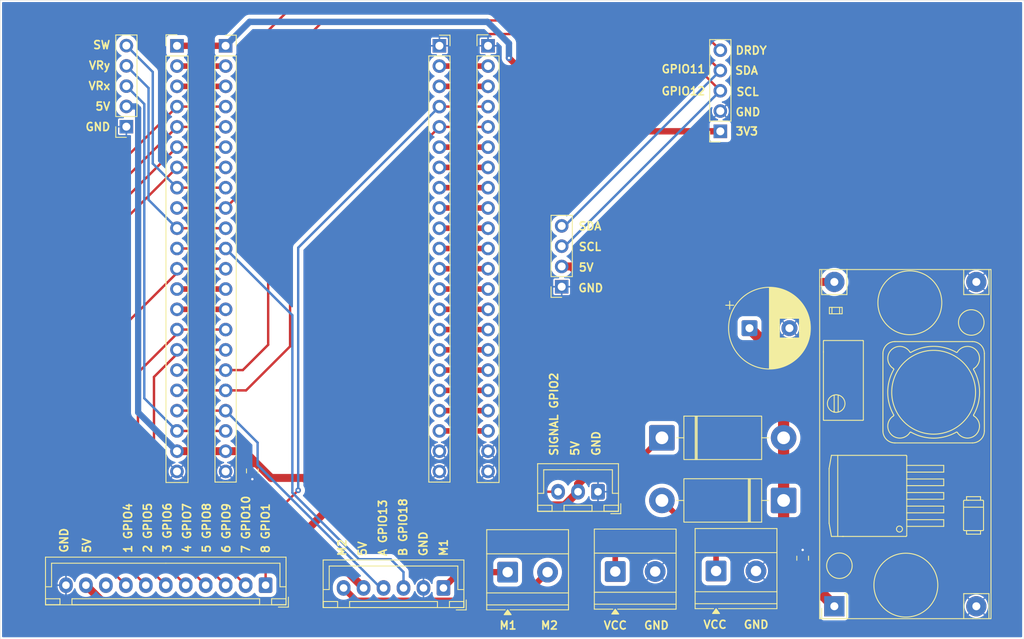
<source format=kicad_pcb>
(kicad_pcb (version 20241229) (generator "pcbnew") (generator_version "9.0")
  (layers (0 "F.Cu" signal) (2 "B.Cu" signal) (13 "F.Paste" user) (15 "B.Paste" user) (5 "F.SilkS" user "F.Silkscreen") (7 "B.SilkS" user "B.Silkscreen") (1 "F.Mask" user) (3 "B.Mask" user) (25 "Edge.Cuts" user))
  (net 0 "")
  (net 1 "VCC")
  (net 2 "GND")
  (net 3 "/GPIO8")
  (net 4 "/GPIO5")
  (net 5 "+3V3")
  (net 7 "/GPIO10")
  (net 8 "/GPIO9")
  (net 9 "/GPIO4")
  (net 10 "/GPIO1")
  (net 11 "/GPIO7")
  (net 12 "/GPIO6")
  (net 13 "/GPIO12+SCL")
  (net 14 "/GPIO16")
  (net 15 "/GPIO11+SDA")
  (net 16 "/GPIO15")
  (net 17 "Net-(J10-Pin_2)")
  (net 18 "Net-(J10-Pin_14)")
  (net 19 "/GPIO17")
  (net 20 "+5V")
  (net 21 "/GPIO18")
  (net 22 "/GPIO13")
  (net 23 "/GPIO14")
  (net 24 "Net-(J10-Pin_3)")
  (net 25 "Net-(J10-Pin_13)")
  (net 26 "/GPIO2")
  (net 27 "Net-(J11-Pin_11)")
  (net 28 "Net-(J11-Pin_19)")
  (net 29 "Net-(J11-Pin_6)")
  (net 30 "Net-(J11-Pin_2)")
  (net 31 "Net-(J11-Pin_17)")
  (net 32 "Net-(J11-Pin_18)")
  (net 33 "Net-(J11-Pin_10)")
  (net 34 "Net-(J11-Pin_12)")
  (net 35 "Net-(J11-Pin_7)")
  (net 36 "Net-(J11-Pin_14)")
  (net 37 "Net-(J11-Pin_8)")
  (net 38 "Net-(J11-Pin_20)")
  (net 39 "Net-(J11-Pin_15)")
  (net 40 "Net-(J11-Pin_3)")
  (net 41 "Net-(J11-Pin_9)")
  (net 42 "Net-(J11-Pin_13)")
  (net 43 "Net-(J11-Pin_16)")
  (net 44 "Net-(J13-Pin_1)")
  (net 45 "Net-(J13-Pin_6)")
  (net 46 "Net-(D1-A)")
  (net 47 "Net-(D2-K)")
  (footprint "TerminalBlock_Phoenix:TerminalBlock_Phoenix_MKDS-1,5-2_1x02_P5.00mm_Horizontal" (layer "F.Cu") (at 177.2158 138.5316)
    (property "Reference" "J4" (hide yes))
    (property "Value" "Domino")
    (pad "1" thru_hole roundrect (at 0 0) (size 2.6 2.6) (drill 1.3) (layers "*.Cu" "*.Mask") (roundrect_rratio 0.096154) (net 46 "Net-(D1-A)"))
    (pad "2" thru_hole circle (at 5 0) (size 2.6 2.6) (drill 1.3) (layers "*.Cu" "*.Mask") (net 2 "GND"))
  )
  (footprint "Diode_THT:D_DO-201AD_P15.24mm_Horizontal" (layer "F.Cu") (at 185.674 129.6924 180)
    (property "Reference" "D1" (hide yes))
    (property "Value" "1N5822")
    (pad "1" thru_hole roundrect (at 0 0 180) (size 3.2 3.2) (drill 1.6) (layers "*.Cu" "*.Mask") (roundrect_rratio 0.078125) (net 1 "VCC"))
    (pad "2" thru_hole circle (at 15.24 0 180) (size 3.2 3.2) (drill 1.6) (layers "*.Cu" "*.Mask") (net 46 "Net-(D1-A)"))
  )
  (footprint "Connector_PinSocket_2.54mm:PinSocket_1x22_P2.54mm_Vertical" (layer "F.Cu") (at 115.804 72.7202)
    (property "Reference" "J8" (hide yes))
    (property "Value" "ESP32_left_f")
    (pad "1" thru_hole rect (at 0 0) (size 1.7 1.7) (drill 1) (layers "*.Cu" "*.Mask") (net 5 "+3V3"))
    (pad "2" thru_hole circle (at 0 2.54) (size 1.7 1.7) (drill 1) (layers "*.Cu" "*.Mask") (net 17 "Net-(J10-Pin_2)"))
    (pad "3" thru_hole circle (at 0 5.08) (size 1.7 1.7) (drill 1) (layers "*.Cu" "*.Mask") (net 24 "Net-(J10-Pin_3)"))
    (pad "4" thru_hole circle (at 0 7.62) (size 1.7 1.7) (drill 1) (layers "*.Cu" "*.Mask") (net 9 "/GPIO4"))
    (pad "5" thru_hole circle (at 0 10.16) (size 1.7 1.7) (drill 1) (layers "*.Cu" "*.Mask") (net 4 "/GPIO5"))
    (pad "6" thru_hole circle (at 0 12.7) (size 1.7 1.7) (drill 1) (layers "*.Cu" "*.Mask") (net 12 "/GPIO6"))
    (pad "7" thru_hole circle (at 0 15.24) (size 1.7 1.7) (drill 1) (layers "*.Cu" "*.Mask") (net 11 "/GPIO7"))
    (pad "8" thru_hole circle (at 0 17.78) (size 1.7 1.7) (drill 1) (layers "*.Cu" "*.Mask") (net 16 "/GPIO15"))
    (pad "9" thru_hole circle (at 0 20.32) (size 1.7 1.7) (drill 1) (layers "*.Cu" "*.Mask") (net 14 "/GPIO16"))
    (pad "10" thru_hole circle (at 0 22.86) (size 1.7 1.7) (drill 1) (layers "*.Cu" "*.Mask") (net 19 "/GPIO17"))
    (pad "11" thru_hole circle (at 0 25.4) (size 1.7 1.7) (drill 1) (layers "*.Cu" "*.Mask") (net 21 "/GPIO18"))
    (pad "12" thru_hole circle (at 0 27.94) (size 1.7 1.7) (drill 1) (layers "*.Cu" "*.Mask") (net 3 "/GPIO8"))
    (pad "13" thru_hole circle (at 0 30.48) (size 1.7 1.7) (drill 1) (layers "*.Cu" "*.Mask") (net 25 "Net-(J10-Pin_13)"))
    (pad "14" thru_hole circle (at 0 33.02) (size 1.7 1.7) (drill 1) (layers "*.Cu" "*.Mask") (net 18 "Net-(J10-Pin_14)"))
    (pad "15" thru_hole circle (at 0 35.56) (size 1.7 1.7) (drill 1) (layers "*.Cu" "*.Mask") (net 8 "/GPIO9"))
    (pad "16" thru_hole circle (at 0 38.1) (size 1.7 1.7) (drill 1) (layers "*.Cu" "*.Mask") (net 7 "/GPIO10"))
    (pad "17" thru_hole circle (at 0 40.64) (size 1.7 1.7) (drill 1) (layers "*.Cu" "*.Mask") (net 15 "/GPIO11+SDA"))
    (pad "18" thru_hole circle (at 0 43.18) (size 1.7 1.7) (drill 1) (layers "*.Cu" "*.Mask") (net 13 "/GPIO12+SCL"))
    (pad "19" thru_hole circle (at 0 45.72) (size 1.7 1.7) (drill 1) (layers "*.Cu" "*.Mask") (net 22 "/GPIO13"))
    (pad "20" thru_hole circle (at 0 48.26) (size 1.7 1.7) (drill 1) (layers "*.Cu" "*.Mask") (net 23 "/GPIO14"))
    (pad "21" thru_hole circle (at 0 50.8) (size 1.7 1.7) (drill 1) (layers "*.Cu" "*.Mask") (net 20 "+5V"))
    (pad "22" thru_hole circle (at 0 53.34) (size 1.7 1.7) (drill 1) (layers "*.Cu" "*.Mask") (net 2 "GND"))
  )
  (footprint "Capacitor_SMD:C_0805_2012Metric_Pad1.18x1.45mm_HandSolder" (layer "F.Cu") (at 188.0616 136.9314 90)
    (property "Reference" "C3" (hide yes))
    (property "Value" "0.1uF")
    (pad "1" smd roundrect (at -1.0375 0 90) (size 1.175 1.45) (layers "F.Cu" "F.Mask" "F.Paste") (roundrect_rratio 0.212766) (net 1 "VCC"))
    (pad "2" smd roundrect (at 1.0375 0 90) (size 1.175 1.45) (layers "F.Cu" "F.Mask" "F.Paste") (roundrect_rratio 0.212766) (net 2 "GND"))
  )
  (footprint "Diode_THT:D_DO-201AD_P15.24mm_Horizontal" (layer "F.Cu") (at 170.434 121.8438)
    (property "Reference" "D2" (hide yes))
    (property "Value" "1N5822")
    (pad "1" thru_hole roundrect (at 0 0) (size 3.2 3.2) (drill 1.6) (layers "*.Cu" "*.Mask") (roundrect_rratio 0.078125) (net 47 "Net-(D2-K)"))
    (pad "2" thru_hole circle (at 15.24 0) (size 3.2 3.2) (drill 1.6) (layers "*.Cu" "*.Mask") (net 1 "VCC"))
  )
  (footprint "TerminalBlock_Phoenix:TerminalBlock_Phoenix_MKDS-1,5-2_1x02_P5.00mm_Horizontal" (layer "F.Cu") (at 164.592 138.5972)
    (property "Reference" "J15" (hide yes))
    (property "Value" "Domino")
    (pad "1" thru_hole roundrect (at 0 0) (size 2.6 2.6) (drill 1.3) (layers "*.Cu" "*.Mask") (roundrect_rratio 0.096154) (net 47 "Net-(D2-K)"))
    (pad "2" thru_hole circle (at 5 0) (size 2.6 2.6) (drill 1.3) (layers "*.Cu" "*.Mask") (net 2 "GND"))
  )
  (footprint "Connector_JST:JST_XH_B6B-XH-A_1x06_P2.50mm_Vertical" (layer "F.Cu") (at 143.0798 140.6568 180)
    (property "Reference" "J13" (hide yes))
    (property "Value" "Conn_01x06")
    (pad "1" thru_hole roundrect (at 0 0 180) (size 1.7 1.95) (drill 0.95) (layers "*.Cu" "*.Mask") (roundrect_rratio 0.147059) (net 44 "Net-(J13-Pin_1)"))
    (pad "2" thru_hole oval (at 2.5 0 180) (size 1.7 1.95) (drill 0.95) (layers "*.Cu" "*.Mask") (net 2 "GND"))
    (pad "3" thru_hole oval (at 5 0 180) (size 1.7 1.95) (drill 0.95) (layers "*.Cu" "*.Mask") (net 21 "/GPIO18"))
    (pad "4" thru_hole oval (at 7.5 0 180) (size 1.7 1.95) (drill 0.95) (layers "*.Cu" "*.Mask") (net 22 "/GPIO13"))
    (pad "5" thru_hole oval (at 10 0 180) (size 1.7 1.95) (drill 0.95) (layers "*.Cu" "*.Mask") (net 20 "+5V"))
    (pad "6" thru_hole oval (at 12.5 0 180) (size 1.7 1.95) (drill 0.95) (layers "*.Cu" "*.Mask") (net 45 "Net-(J13-Pin_6)"))
  )
  (footprint "Connector_PinSocket_2.54mm:PinSocket_1x04_P2.54mm_Vertical" (layer "F.Cu") (at 157.8868 102.9108 180)
    (property "Reference" "J6" (hide yes))
    (property "Value" "OLED")
    (pad "1" thru_hole rect (at 0 0 180) (size 1.7 1.7) (drill 1) (layers "*.Cu" "*.Mask") (net 2 "GND"))
    (pad "2" thru_hole circle (at 0 2.54 180) (size 1.7 1.7) (drill 1) (layers "*.Cu" "*.Mask") (net 20 "+5V"))
    (pad "3" thru_hole circle (at 0 5.08 180) (size 1.7 1.7) (drill 1) (layers "*.Cu" "*.Mask") (net 13 "/GPIO12+SCL"))
    (pad "4" thru_hole circle (at 0 7.62 180) (size 1.7 1.7) (drill 1) (layers "*.Cu" "*.Mask") (net 15 "/GPIO11+SDA"))
  )
  (footprint "Connector_PinSocket_2.54mm:PinSocket_1x05_P2.54mm_Vertical" (layer "F.Cu") (at 103.378 82.8548 180)
    (property "Reference" "J5" (hide yes))
    (property "Value" "Joystick")
    (pad "1" thru_hole rect (at 0 0 180) (size 1.7 1.7) (drill 1) (layers "*.Cu" "*.Mask") (net 2 "GND"))
    (pad "2" thru_hole circle (at 0 2.54 180) (size 1.7 1.7) (drill 1) (layers "*.Cu" "*.Mask") (net 20 "+5V"))
    (pad "3" thru_hole circle (at 0 5.08 180) (size 1.7 1.7) (drill 1) (layers "*.Cu" "*.Mask") (net 23 "/GPIO14"))
    (pad "4" thru_hole circle (at 0 7.62 180) (size 1.7 1.7) (drill 1) (layers "*.Cu" "*.Mask") (net 19 "/GPIO17"))
    (pad "5" thru_hole circle (at 0 10.16 180) (size 1.7 1.7) (drill 1) (layers "*.Cu" "*.Mask") (net 16 "/GPIO15"))
  )
  (footprint "Connector_JST:JST_XH_B3B-XH-A_1x03_P2.50mm_Vertical" (layer "F.Cu") (at 162.433 128.6002 180)
    (property "Reference" "J3" (hide yes))
    (property "Value" "Servo")
    (pad "1" thru_hole roundrect (at 0 0 180) (size 1.7 1.95) (drill 0.95) (layers "*.Cu" "*.Mask") (roundrect_rratio 0.147059) (net 2 "GND"))
    (pad "2" thru_hole oval (at 2.5 0 180) (size 1.7 1.95) (drill 0.95) (layers "*.Cu" "*.Mask") (net 20 "+5V"))
    (pad "3" thru_hole oval (at 5 0 180) (size 1.7 1.95) (drill 0.95) (layers "*.Cu" "*.Mask") (net 26 "/GPIO2"))
  )
  (footprint "TerminalBlock_Phoenix:TerminalBlock_Phoenix_MKDS-1,5-2_1x02_P5.00mm_Horizontal" (layer "F.Cu") (at 151.1192 138.6787)
    (property "Reference" "J14" (hide yes))
    (property "Value" "Domino")
    (pad "1" thru_hole roundrect (at 0 0) (size 2.6 2.6) (drill 1.3) (layers "*.Cu" "*.Mask") (roundrect_rratio 0.096154) (net 44 "Net-(J13-Pin_1)"))
    (pad "2" thru_hole circle (at 5 0) (size 2.6 2.6) (drill 1.3) (layers "*.Cu" "*.Mask") (net 45 "Net-(J13-Pin_6)"))
  )
  (footprint "Connector_PinHeader_2.54mm:PinHeader_1x22_P2.54mm_Vertical" (layer "F.Cu") (at 109.714 72.7202)
    (property "Reference" "J10" (hide yes))
    (property "Value" "ESP32_left_m")
    (pad "1" thru_hole rect (at 0 0) (size 1.7 1.7) (drill 1) (layers "*.Cu" "*.Mask") (net 5 "+3V3"))
    (pad "2" thru_hole circle (at 0 2.54) (size 1.7 1.7) (drill 1) (layers "*.Cu" "*.Mask") (net 17 "Net-(J10-Pin_2)"))
    (pad "3" thru_hole circle (at 0 5.08) (size 1.7 1.7) (drill 1) (layers "*.Cu" "*.Mask") (net 24 "Net-(J10-Pin_3)"))
    (pad "4" thru_hole circle (at 0 7.62) (size 1.7 1.7) (drill 1) (layers "*.Cu" "*.Mask") (net 9 "/GPIO4"))
    (pad "5" thru_hole circle (at 0 10.16) (size 1.7 1.7) (drill 1) (layers "*.Cu" "*.Mask") (net 4 "/GPIO5"))
    (pad "6" thru_hole circle (at 0 12.7) (size 1.7 1.7) (drill 1) (layers "*.Cu" "*.Mask") (net 12 "/GPIO6"))
    (pad "7" thru_hole circle (at 0 15.24) (size 1.7 1.7) (drill 1) (layers "*.Cu" "*.Mask") (net 11 "/GPIO7"))
    (pad "8" thru_hole circle (at 0 17.78) (size 1.7 1.7) (drill 1) (layers "*.Cu" "*.Mask") (net 16 "/GPIO15"))
    (pad "9" thru_hole circle (at 0 20.32) (size 1.7 1.7) (drill 1) (layers "*.Cu" "*.Mask") (net 14 "/GPIO16"))
    (pad "10" thru_hole circle (at 0 22.86) (size 1.7 1.7) (drill 1) (layers "*.Cu" "*.Mask") (net 19 "/GPIO17"))
    (pad "11" thru_hole circle (at 0 25.4) (size 1.7 1.7) (drill 1) (layers "*.Cu" "*.Mask") (net 21 "/GPIO18"))
    (pad "12" thru_hole circle (at 0 27.94) (size 1.7 1.7) (drill 1) (layers "*.Cu" "*.Mask") (net 3 "/GPIO8"))
    (pad "13" thru_hole circle (at 0 30.48) (size 1.7 1.7) (drill 1) (layers "*.Cu" "*.Mask") (net 25 "Net-(J10-Pin_13)"))
    (pad "14" thru_hole circle (at 0 33.02) (size 1.7 1.7) (drill 1) (layers "*.Cu" "*.Mask") (net 18 "Net-(J10-Pin_14)"))
    (pad "15" thru_hole circle (at 0 35.56) (size 1.7 1.7) (drill 1) (layers "*.Cu" "*.Mask") (net 8 "/GPIO9"))
    (pad "16" thru_hole circle (at 0 38.1) (size 1.7 1.7) (drill 1) (layers "*.Cu" "*.Mask") (net 7 "/GPIO10"))
    (pad "17" thru_hole circle (at 0 40.64) (size 1.7 1.7) (drill 1) (layers "*.Cu" "*.Mask") (net 15 "/GPIO11+SDA"))
    (pad "18" thru_hole circle (at 0 43.18) (size 1.7 1.7) (drill 1) (layers "*.Cu" "*.Mask") (net 13 "/GPIO12+SCL"))
    (pad "19" thru_hole circle (at 0 45.72) (size 1.7 1.7) (drill 1) (layers "*.Cu" "*.Mask") (net 22 "/GPIO13"))
    (pad "20" thru_hole circle (at 0 48.26) (size 1.7 1.7) (drill 1) (layers "*.Cu" "*.Mask") (net 23 "/GPIO14"))
    (pad "21" thru_hole circle (at 0 50.8) (size 1.7 1.7) (drill 1) (layers "*.Cu" "*.Mask") (net 20 "+5V"))
    (pad "22" thru_hole circle (at 0 53.34) (size 1.7 1.7) (drill 1) (layers "*.Cu" "*.Mask") (net 2 "GND"))
  )
  (footprint "Connector_PinSocket_2.54mm:PinSocket_1x05_P2.54mm_Vertical" (layer "F.Cu") (at 177.7496 83.4344 180)
    (property "Reference" "J2" (hide yes))
    (property "Value" "QMC5883L")
    (pad "1" thru_hole rect (at 0 0 180) (size 1.7 1.7) (drill 1) (layers "*.Cu" "*.Mask") (net 5 "+3V3"))
    (pad "2" thru_hole circle (at 0 2.54 180) (size 1.7 1.7) (drill 1) (layers "*.Cu" "*.Mask") (net 2 "GND"))
    (pad "3" thru_hole circle (at 0 5.08 180) (size 1.7 1.7) (drill 1) (layers "*.Cu" "*.Mask") (net 13 "/GPIO12+SCL"))
    (pad "4" thru_hole circle (at 0 7.62 180) (size 1.7 1.7) (drill 1) (layers "*.Cu" "*.Mask") (net 15 "/GPIO11+SDA"))
    (pad "5" thru_hole circle (at 0 10.16 180) (size 1.7 1.7) (drill 1) (layers "*.Cu" "*.Mask") (net 14 "/GPIO16"))
  )
  (footprint "Connector_PinSocket_2.54mm:PinSocket_1x22_P2.54mm_Vertical" (layer "F.Cu") (at 142.574 72.7202)
    (property "Reference" "J9" (hide yes))
    (property "Value" "ESP32_right_f")
    (pad "1" thru_hole rect (at 0 0) (size 1.7 1.7) (drill 1) (layers "*.Cu" "*.Mask") (net 2 "GND"))
    (pad "2" thru_hole circle (at 0 2.54) (size 1.7 1.7) (drill 1) (layers "*.Cu" "*.Mask") (net 30 "Net-(J11-Pin_2)"))
    (pad "3" thru_hole circle (at 0 5.08) (size 1.7 1.7) (drill 1) (layers "*.Cu" "*.Mask") (net 40 "Net-(J11-Pin_3)"))
    (pad "4" thru_hole circle (at 0 7.62) (size 1.7 1.7) (drill 1) (layers "*.Cu" "*.Mask") (net 10 "/GPIO1"))
    (pad "5" thru_hole circle (at 0 10.16) (size 1.7 1.7) (drill 1) (layers "*.Cu" "*.Mask") (net 26 "/GPIO2"))
    (pad "6" thru_hole circle (at 0 12.7) (size 1.7 1.7) (drill 1) (layers "*.Cu" "*.Mask") (net 29 "Net-(J11-Pin_6)"))
    (pad "7" thru_hole circle (at 0 15.24) (size 1.7 1.7) (drill 1) (layers "*.Cu" "*.Mask") (net 35 "Net-(J11-Pin_7)"))
    (pad "8" thru_hole circle (at 0 17.78) (size 1.7 1.7) (drill 1) (layers "*.Cu" "*.Mask") (net 37 "Net-(J11-Pin_8)"))
    (pad "9" thru_hole circle (at 0 20.32) (size 1.7 1.7) (drill 1) (layers "*.Cu" "*.Mask") (net 41 "Net-(J11-Pin_9)"))
    (pad "10" thru_hole circle (at 0 22.86) (size 1.7 1.7) (drill 1) (layers "*.Cu" "*.Mask") (net 33 "Net-(J11-Pin_10)"))
    (pad "11" thru_hole circle (at 0 25.4) (size 1.7 1.7) (drill 1) (layers "*.Cu" "*.Mask") (net 27 "Net-(J11-Pin_11)"))
    (pad "12" thru_hole circle (at 0 27.94) (size 1.7 1.7) (drill 1) (layers "*.Cu" "*.Mask") (net 34 "Net-(J11-Pin_12)"))
    (pad "13" thru_hole circle (at 0 30.48) (size 1.7 1.7) (drill 1) (layers "*.Cu" "*.Mask") (net 42 "Net-(J11-Pin_13)"))
    (pad "14" thru_hole circle (at 0 33.02) (size 1.7 1.7) (drill 1) (layers "*.Cu" "*.Mask") (net 36 "Net-(J11-Pin_14)"))
    (pad "15" thru_hole circle (at 0 35.56) (size 1.7 1.7) (drill 1) (layers "*.Cu" "*.Mask") (net 39 "Net-(J11-Pin_15)"))
    (pad "16" thru_hole circle (at 0 38.1) (size 1.7 1.7) (drill 1) (layers "*.Cu" "*.Mask") (net 43 "Net-(J11-Pin_16)"))
    (pad "17" thru_hole circle (at 0 40.64) (size 1.7 1.7) (drill 1) (layers "*.Cu" "*.Mask") (net 31 "Net-(J11-Pin_17)"))
    (pad "18" thru_hole circle (at 0 43.18) (size 1.7 1.7) (drill 1) (layers "*.Cu" "*.Mask") (net 32 "Net-(J11-Pin_18)"))
    (pad "19" thru_hole circle (at 0 45.72) (size 1.7 1.7) (drill 1) (layers "*.Cu" "*.Mask") (net 28 "Net-(J11-Pin_19)"))
    (pad "20" thru_hole circle (at 0 48.26) (size 1.7 1.7) (drill 1) (layers "*.Cu" "*.Mask") (net 38 "Net-(J11-Pin_20)"))
    (pad "21" thru_hole circle (at 0 50.8) (size 1.7 1.7) (drill 1) (layers "*.Cu" "*.Mask") (net 2 "GND"))
    (pad "22" thru_hole circle (at 0 53.34) (size 1.7 1.7) (drill 1) (layers "*.Cu" "*.Mask") (net 2 "GND"))
  )
  (footprint "Capacitor_SMD:C_0805_2012Metric_Pad1.18x1.45mm_HandSolder" (layer "F.Cu") (at 119.1514 125.9879 -90)
    (property "Reference" "C5" (hide yes))
    (property "Value" "0.1uF")
    (pad "1" smd roundrect (at -1.0375 0 270) (size 1.175 1.45) (layers "F.Cu" "F.Mask" "F.Paste") (roundrect_rratio 0.212766) (net 20 "+5V"))
    (pad "2" smd roundrect (at 1.0375 0 270) (size 1.175 1.45) (layers "F.Cu" "F.Mask" "F.Paste") (roundrect_rratio 0.212766) (net 2 "GND"))
  )
  (footprint "Connector_JST:JST_XH_B11B-XH-A_1x11_P2.50mm_Vertical" (layer "F.Cu") (at 120.8132 140.3096 180)
    (property "Reference" "J1" (hide yes))
    (property "Value" "QTR-8A")
    (pad "1" thru_hole roundrect (at 0 0 180) (size 1.7 1.95) (drill 0.95) (layers "*.Cu" "*.Mask") (roundrect_rratio 0.147059) (net 10 "/GPIO1"))
    (pad "2" thru_hole oval (at 2.5 0 180) (size 1.7 1.95) (drill 0.95) (layers "*.Cu" "*.Mask") (net 7 "/GPIO10"))
    (pad "3" thru_hole oval (at 5 0 180) (size 1.7 1.95) (drill 0.95) (layers "*.Cu" "*.Mask") (net 8 "/GPIO9"))
    (pad "4" thru_hole oval (at 7.5 0 180) (size 1.7 1.95) (drill 0.95) (layers "*.Cu" "*.Mask") (net 3 "/GPIO8"))
    (pad "5" thru_hole oval (at 10 0 180) (size 1.7 1.95) (drill 0.95) (layers "*.Cu" "*.Mask") (net 11 "/GPIO7"))
    (pad "6" thru_hole oval (at 12.5 0 180) (size 1.7 1.95) (drill 0.95) (layers "*.Cu" "*.Mask") (net 12 "/GPIO6"))
    (pad "7" thru_hole oval (at 15 0 180) (size 1.7 1.95) (drill 0.95) (layers "*.Cu" "*.Mask") (net 4 "/GPIO5"))
    (pad "8" thru_hole oval (at 17.5 0 180) (size 1.7 1.95) (drill 0.95) (layers "*.Cu" "*.Mask") (net 9 "/GPIO4"))
    (pad "9" thru_hole oval (at 20 0 180) (size 1.7 1.95) (drill 0.95) (layers "*.Cu" "*.Mask"))
    (pad "10" thru_hole oval (at 22.5 0 180) (size 1.7 1.95) (drill 0.95) (layers "*.Cu" "*.Mask") (net 20 "+5V"))
    (pad "11" thru_hole oval (at 25 0 180) (size 1.7 1.95) (drill 0.95) (layers "*.Cu" "*.Mask") (net 2 "GND"))
  )
  (footprint "Connector_PinHeader_2.54mm:PinHeader_1x22_P2.54mm_Vertical" (layer "F.Cu") (at 148.664 72.7202)
    (property "Reference" "J11" (hide yes))
    (property "Value" "ESP32_right_m")
    (pad "1" thru_hole rect (at 0 0) (size 1.7 1.7) (drill 1) (layers "*.Cu" "*.Mask") (net 2 "GND"))
    (pad "2" thru_hole circle (at 0 2.54) (size 1.7 1.7) (drill 1) (layers "*.Cu" "*.Mask") (net 30 "Net-(J11-Pin_2)"))
    (pad "3" thru_hole circle (at 0 5.08) (size 1.7 1.7) (drill 1) (layers "*.Cu" "*.Mask") (net 40 "Net-(J11-Pin_3)"))
    (pad "4" thru_hole circle (at 0 7.62) (size 1.7 1.7) (drill 1) (layers "*.Cu" "*.Mask") (net 10 "/GPIO1"))
    (pad "5" thru_hole circle (at 0 10.16) (size 1.7 1.7) (drill 1) (layers "*.Cu" "*.Mask") (net 26 "/GPIO2"))
    (pad "6" thru_hole circle (at 0 12.7) (size 1.7 1.7) (drill 1) (layers "*.Cu" "*.Mask") (net 29 "Net-(J11-Pin_6)"))
    (pad "7" thru_hole circle (at 0 15.24) (size 1.7 1.7) (drill 1) (layers "*.Cu" "*.Mask") (net 35 "Net-(J11-Pin_7)"))
    (pad "8" thru_hole circle (at 0 17.78) (size 1.7 1.7) (drill 1) (layers "*.Cu" "*.Mask") (net 37 "Net-(J11-Pin_8)"))
    (pad "9" thru_hole circle (at 0 20.32) (size 1.7 1.7) (drill 1) (layers "*.Cu" "*.Mask") (net 41 "Net-(J11-Pin_9)"))
    (pad "10" thru_hole circle (at 0 22.86) (size 1.7 1.7) (drill 1) (layers "*.Cu" "*.Mask") (net 33 "Net-(J11-Pin_10)"))
    (pad "11" thru_hole circle (at 0 25.4) (size 1.7 1.7) (drill 1) (layers "*.Cu" "*.Mask") (net 27 "Net-(J11-Pin_11)"))
    (pad "12" thru_hole circle (at 0 27.94) (size 1.7 1.7) (drill 1) (layers "*.Cu" "*.Mask") (net 34 "Net-(J11-Pin_12)"))
    (pad "13" thru_hole circle (at 0 30.48) (size 1.7 1.7) (drill 1) (layers "*.Cu" "*.Mask") (net 42 "Net-(J11-Pin_13)"))
    (pad "14" thru_hole circle (at 0 33.02) (size 1.7 1.7) (drill 1) (layers "*.Cu" "*.Mask") (net 36 "Net-(J11-Pin_14)"))
    (pad "15" thru_hole circle (at 0 35.56) (size 1.7 1.7) (drill 1) (layers "*.Cu" "*.Mask") (net 39 "Net-(J11-Pin_15)"))
    (pad "16" thru_hole circle (at 0 38.1) (size 1.7 1.7) (drill 1) (layers "*.Cu" "*.Mask") (net 43 "Net-(J11-Pin_16)"))
    (pad "17" thru_hole circle (at 0 40.64) (size 1.7 1.7) (drill 1) (layers "*.Cu" "*.Mask") (net 31 "Net-(J11-Pin_17)"))
    (pad "18" thru_hole circle (at 0 43.18) (size 1.7 1.7) (drill 1) (layers "*.Cu" "*.Mask") (net 32 "Net-(J11-Pin_18)"))
    (pad "19" thru_hole circle (at 0 45.72) (size 1.7 1.7) (drill 1) (layers "*.Cu" "*.Mask") (net 28 "Net-(J11-Pin_19)"))
    (pad "20" thru_hole circle (at 0 48.26) (size 1.7 1.7) (drill 1) (layers "*.Cu" "*.Mask") (net 38 "Net-(J11-Pin_20)"))
    (pad "21" thru_hole circle (at 0 50.8) (size 1.7 1.7) (drill 1) (layers "*.Cu" "*.Mask") (net 2 "GND"))
    (pad "22" thru_hole circle (at 0 53.34) (size 1.7 1.7) (drill 1) (layers "*.Cu" "*.Mask") (net 2 "GND"))
  )
  (footprint "Capacitor_THT:CP_Radial_D10.0mm_P5.00mm" (layer "F.Cu") (at 181.401323 108.1024)
    (property "Reference" "C1" (hide yes))
    (property "Value" "2200uF")
    (pad "1" thru_hole roundrect (at 0 0) (size 2 2) (drill 1) (layers "*.Cu" "*.Mask") (roundrect_rratio 0.125) (net 1 "VCC"))
    (pad "2" thru_hole circle (at 5 0) (size 2 2) (drill 1) (layers "*.Cu" "*.Mask") (net 2 "GND"))
  )
  (footprint "KiCad:YAAJ_DCDC_StepDown_LM2596" (layer "F.Cu") (at 192.024 142.9512 90)
    (property "Reference" "U1" (hide yes))
    (property "Value" "YAAJ_DCDC_StepDown_LM2596")
    (pad "1" thru_hole rect (at 0 0 90) (size 2.54 2.54) (drill 1) (layers "*.Cu" "*.Mask") (net 1 "VCC"))
    (pad "2" thru_hole circle (at 0 17.78 90) (size 2.54 2.54) (drill 1) (layers "*.Cu" "*.Mask") (net 2 "GND"))
    (pad "3" thru_hole circle (at 40.64 17.78 90) (size 2.54 2.54) (drill 1) (layers "*.Cu" "*.Mask") (net 2 "GND"))
    (pad "4" thru_hole circle (at 40.64 0 90) (size 2.54 2.54) (drill 1) (layers "*.Cu" "*.Mask") (net 20 "+5V"))
  )
  (gr_rect (start 87.5792 67.0052) (end 215.773 147.066) (stroke (width 0.05)) (fill no) (layer "Edge.Cuts"))
  (gr_text "5V" (at 99.3902 80.899 0) (layer "F.SilkS") (effects (font (size 1 1) (thickness 0.2) (bold yes)) (justify left bottom)))
  (gr_text "SCL" (at 179.6542 79.0702 0) (layer "F.SilkS") (effects (font (size 1 1) (thickness 0.2) (bold yes)) (justify left bottom)))
  (gr_text "3V3" (at 179.5526 84.0232 0) (layer "F.SilkS") (effects (font (size 1 1) (thickness 0.2) (bold yes)) (justify left bottom)))
  (gr_text "DRDY" (at 179.5526 73.8886 0) (layer "F.SilkS") (effects (font (size 1 1) (thickness 0.2) (bold yes)) (justify left bottom)))
  (gr_text "GPIO12" (at 170.2816 78.994 0) (layer "F.SilkS") (effects (font (size 1 1) (thickness 0.2) (bold yes)) (justify left bottom)))
  (gr_text "6 GPIO9" (at 116.469886 136.3726 90) (layer "F.SilkS") (effects (font (size 1 1) (thickness 0.2) (bold yes)) (justify left bottom)))
  (gr_text "7 GPIO10" (at 118.930058 136.398 90) (layer "F.SilkS") (effects (font (size 1 1) (thickness 0.2) (bold yes)) (justify left bottom)))
  (gr_text "3 GPIO6" (at 109.089372 136.3218 90) (layer "F.SilkS") (effects (font (size 1 1) (thickness 0.2) (bold yes)) (justify left bottom)))
  (gr_text "5V" (at 159.9184 101.075067 0) (layer "F.SilkS") (effects (font (size 1 1) (thickness 0.2) (bold yes)) (justify left bottom)))
  (gr_text "GND" (at 141.1478 136.779 90) (layer "F.SilkS") (effects (font (size 1 1) (thickness 0.2) (bold yes)) (justify left bottom)))
  (gr_text "GND" (at 159.8676 103.6574 0) (layer "F.SilkS") (effects (font (size 1 1) (thickness 0.2) (bold yes)) (justify left bottom)))
  (gr_text "GND" (at 168.0972 145.934731 0) (layer "F.SilkS") (effects (font (size 1 1) (thickness 0.2) (bold yes)) (justify left bottom)))
  (gr_text "A GPIO13" (at 136.0678 136.779 90) (layer "F.SilkS") (effects (font (size 1 1) (thickness 0.2) (bold yes)) (justify left bottom)))
  (gr_text "GND" (at 162.7886 124.206 90) (layer "F.SilkS") (effects (font (size 1 1) (thickness 0.2) (bold yes)) (justify left bottom)))
  (gr_text "VRx" (at 98.533057 78.332322 0) (layer "F.SilkS") (effects (font (size 1 1) (thickness 0.2) (bold yes)) (justify left bottom)))
  (gr_text "SCL" (at 159.9184 98.492733 0) (layer "F.SilkS") (effects (font (size 1 1) (thickness 0.2) (bold yes)) (justify left bottom)))
  (gr_text "M2" (at 130.9878 136.779 90) (layer "F.SilkS") (effects (font (size 1 1) (thickness 0.2) (bold yes)) (justify left bottom)))
  (gr_text "SW" (at 99.104486 73.198967 0) (layer "F.SilkS") (effects (font (size 1 1) (thickness 0.2) (bold yes)) (justify left bottom)))
  (gr_text "SDA" (at 179.5018 76.4032 0) (layer "F.SilkS") (effects (font (size 1 1) (thickness 0.2) (bold yes)) (justify left bottom)))
  (gr_text "VCC" (at 163.0426 145.934731 0) (layer "F.SilkS") (effects (font (size 1 1) (thickness 0.2) (bold yes)) (justify left bottom)))
  (gr_text "GND" (at 98.152105 83.465677 0) (layer "F.SilkS") (effects (font (size 1 1) (thickness 0.2) (bold yes)) (justify left bottom)))
  (gr_text "M1" (at 143.6878 136.779 90) (layer "F.SilkS") (effects (font (size 1 1) (thickness 0.2) (bold yes)) (justify left bottom)))
  (gr_text "4 GPIO7" (at 111.549543 136.3726 90) (layer "F.SilkS") (effects (font (size 1 1) (thickness 0.2) (bold yes)) (justify left bottom)))
  (gr_text "GND" (at 96.1644 136.3472 90) (layer "F.SilkS") (effects (font (size 1 1) (thickness 0.2) (bold yes)) (justify left bottom)))
  (gr_text "GND" (at 180.5832 145.838431 0) (layer "F.SilkS") (effects (font (size 1 1) (thickness 0.2) (bold yes)) (justify left bottom)))
  (gr_text "SDA" (at 159.893 95.9104 0) (layer "F.SilkS") (effects (font (size 1 1) (thickness 0.2) (bold yes)) (justify left bottom)))
  (gr_text "VCC" (at 175.5286 145.838431 0) (layer "F.SilkS") (effects (font (size 1 1) (thickness 0.2) (bold yes)) (justify left bottom)))
  (gr_text "GPIO11" (at 170.2816 76.2254 0) (layer "F.SilkS") (effects (font (size 1 1) (thickness 0.2) (bold yes)) (justify left bottom)))
  (gr_text "5 GPIO8" (at 114.009715 136.3472 90) (layer "F.SilkS") (effects (font (size 1 1) (thickness 0.2) (bold yes)) (justify left bottom)))
  (gr_text "VRy" (at 98.580676 75.765645 0) (layer "F.SilkS") (effects (font (size 1 1) (thickness 0.2) (bold yes)) (justify left bottom)))
  (gr_text "M2" (at 155.1686 145.934731 0) (layer "F.SilkS") (effects (font (size 1 1) (thickness 0.2) (bold yes)) (justify left bottom)))
  (gr_text "2 GPIO5" (at 106.6292 136.3472 90) (layer "F.SilkS") (effects (font (size 1 1) (thickness 0.2) (bold yes)) (justify left bottom)))
  (gr_text "SIGNAL GPIO2" (at 157.5054 124.206 90) (layer "F.SilkS") (effects (font (size 1 1) (thickness 0.2) (bold yes)) (justify left bottom)))
  (gr_text "B GPIO18" (at 138.6078 136.779 90) (layer "F.SilkS") (effects (font (size 1 1) (thickness 0.2) (bold yes)) (justify left bottom)))
  (gr_text "5V" (at 160.147 124.206 90) (layer "F.SilkS") (effects (font (size 1 1) (thickness 0.2) (bold yes)) (justify left bottom)))
  (gr_text "5V" (at 99.0092 136.3726 90) (layer "F.SilkS") (effects (font (size 1 1) (thickness 0.2) (bold yes)) (justify left bottom)))
  (gr_text "5V" (at 133.5278 136.779 90) (layer "F.SilkS") (effects (font (size 1 1) (thickness 0.2) (bold yes)) (justify left bottom)))
  (gr_text "1 GPIO4" (at 104.169029 136.3726 90) (layer "F.SilkS") (effects (font (size 1 1) (thickness 0.2) (bold yes)) (justify left bottom)))
  (gr_text "8 GPIO1" (at 121.390229 136.398 90) (layer "F.SilkS") (effects (font (size 1 1) (thickness 0.2) (bold yes)) (justify left bottom)))
  (gr_text "GND" (at 179.5526 81.6102 0) (layer "F.SilkS") (effects (font (size 1 1) (thickness 0.2) (bold yes)) (justify left bottom)))
  (gr_text "M1" (at 149.987 145.934731 0) (layer "F.SilkS") (effects (font (size 1 1) (thickness 0.2) (bold yes)) (justify left bottom)))
  (segment (start 185.674 112.375077) (end 181.401323 108.1024) (width 1.4) (layer "F.Cu") (net 1))
  (segment (start 185.674 136.6012) (end 192.024 142.9512) (width 1.4) (layer "F.Cu") (net 1))
  (segment (start 185.674 129.6924) (end 185.674 136.6012) (width 1.4) (layer "F.Cu") (net 1))
  (segment (start 185.674 121.7422) (end 185.674 112.375077) (width 1.4) (layer "F.Cu") (net 1))
  (segment (start 185.674 129.6924) (end 185.674 121.7422) (width 1.4) (layer "F.Cu") (net 1))
  (via (at 188.0616 135.8939) (size 0.7) (drill 0.3) (layers "F.Cu" "B.Cu") (net 2))
  (via (at 119.1514 127.0254) (size 0.7) (drill 0.3) (layers "F.Cu" "B.Cu") (net 2))
  (segment (start 102.8446 108.04586) (end 110.23026 100.6602) (width 0.3) (layer "F.Cu") (net 3))
  (segment (start 102.8446 129.841) (end 102.8446 108.04586) (width 0.3) (layer "F.Cu") (net 3))
  (segment (start 113.3132 140.3096) (end 102.8446 129.841) (width 0.3) (layer "F.Cu") (net 3))
  (segment (start 115.804 100.6602) (end 109.714 100.6602) (width 0.3) (layer "F.Cu") (net 3))
  (segment (start 96.1136 96.4806) (end 109.714 82.8802) (width 0.3) (layer "F.Cu") (net 4))
  (segment (start 105.8132 140.3096) (end 96.1136 130.61) (width 0.3) (layer "F.Cu") (net 4))
  (segment (start 96.1136 130.61) (end 96.1136 96.4806) (width 0.3) (layer "F.Cu") (net 4))
  (segment (start 109.714 82.8802) (end 115.804 82.8802) (width 0.3) (layer "F.Cu") (net 4))
  (segment (start 177.7496 83.4344) (end 160.4726 83.4344) (width 0.8) (layer "F.Cu") (net 5))
  (segment (start 109.714 72.7202) (end 115.804 72.7202) (width 0.8) (layer "F.Cu") (net 5))
  (segment (start 160.4726 83.4344) (end 151.2824 74.2442) (width 0.8) (layer "F.Cu") (net 5))
  (via (at 151.2824 74.2442) (size 0.7) (drill 0.3) (layers "F.Cu" "B.Cu") (net 5))
  (segment (start 151.2824 72.4154) (end 148.59 69.723) (width 0.8) (layer "B.Cu") (net 5))
  (segment (start 118.8012 69.723) (end 115.804 72.7202) (width 0.8) (layer "B.Cu") (net 5))
  (segment (start 151.2824 74.2442) (end 151.2824 72.4154) (width 0.8) (layer "B.Cu") (net 5))
  (segment (start 148.59 69.723) (end 118.8012 69.723) (width 0.8) (layer "B.Cu") (net 5))
  (segment (start 109.714 110.8202) (end 115.804 110.8202) (width 0.3) (layer "F.Cu") (net 7))
  (segment (start 106.8352 128.8316) (end 106.8352 114.21526) (width 0.3) (layer "F.Cu") (net 7))
  (segment (start 118.3132 140.3096) (end 106.8352 128.8316) (width 0.3) (layer "F.Cu") (net 7))
  (segment (start 106.8352 114.21526) (end 110.23026 110.8202) (width 0.3) (layer "F.Cu") (net 7))
  (segment (start 104.8258 113.68466) (end 110.23026 108.2802) (width 0.3) (layer "F.Cu") (net 8))
  (segment (start 104.8258 129.3222) (end 104.8258 113.68466) (width 0.3) (layer "F.Cu") (net 8))
  (segment (start 115.804 108.2802) (end 109.714 108.2802) (width 0.3) (layer "F.Cu") (net 8))
  (segment (start 115.8132 140.3096) (end 104.8258 129.3222) (width 0.3) (layer "F.Cu") (net 8))
  (segment (start 103.3132 140.3096) (end 93.7768 130.7732) (width 0.3) (layer "F.Cu") (net 9))
  (segment (start 93.7768 130.7732) (end 93.7768 96.2774) (width 0.3) (layer "F.Cu") (net 9))
  (segment (start 93.7768 96.2774) (end 109.714 80.3402) (width 0.3) (layer "F.Cu") (net 9))
  (segment (start 109.714 80.3402) (end 115.804 80.3402) (width 0.3) (layer "F.Cu") (net 9))
  (segment (start 142.574 80.3402) (end 148.664 80.3402) (width 0.3) (layer "F.Cu") (net 10))
  (segment (start 120.8132 132.501) (end 124.8918 128.4224) (width 0.3) (layer "F.Cu") (net 10))
  (segment (start 120.8132 140.3096) (end 120.8132 132.501) (width 0.3) (layer "F.Cu") (net 10))
  (via (at 124.8918 128.4224) (size 0.7) (drill 0.3) (layers "F.Cu" "B.Cu") (net 10))
  (segment (start 124.8918 98.0224) (end 142.574 80.3402) (width 0.3) (layer "B.Cu") (net 10))
  (segment (start 124.8918 128.4224) (end 124.8918 98.0224) (width 0.3) (layer "B.Cu") (net 10))
  (segment (start 110.8132 140.3096) (end 100.6602 130.1566) (width 0.3) (layer "F.Cu") (net 11))
  (segment (start 109.734 87.9602) (end 109.714 87.9602) (width 0.3) (layer "F.Cu") (net 11))
  (segment (start 100.6602 97.034) (end 109.734 87.9602) (width 0.3) (layer "F.Cu") (net 11))
  (segment (start 100.6602 130.1566) (end 100.6602 97.034) (width 0.3) (layer "F.Cu") (net 11))
  (segment (start 109.714 87.9602) (end 115.804 87.9602) (width 0.3) (layer "F.Cu") (net 11))
  (segment (start 108.3132 140.3096) (end 98.2218 130.2182) (width 0.3) (layer "F.Cu") (net 12))
  (segment (start 98.2218 96.9124) (end 109.714 85.4202) (width 0.3) (layer "F.Cu") (net 12))
  (segment (start 109.714 85.4202) (end 115.804 85.4202) (width 0.3) (layer "F.Cu") (net 12))
  (segment (start 98.2218 130.2182) (end 98.2218 96.9124) (width 0.3) (layer "F.Cu") (net 12))
  (segment (start 123.8758 77.4192) (end 123.8758 110.3884) (width 0.3) (layer "F.Cu") (net 13))
  (segment (start 130.048 71.247) (end 123.8758 77.4192) (width 0.3) (layer "F.Cu") (net 13))
  (segment (start 123.8758 110.3884) (end 118.364 115.9002) (width 0.3) (layer "F.Cu") (net 13))
  (segment (start 109.714 115.9002) (end 115.804 115.9002) (width 0.3) (layer "F.Cu") (net 13))
  (segment (start 118.364 115.9002) (end 115.804 115.9002) (width 0.3) (layer "F.Cu") (net 13))
  (segment (start 170.6422 71.247) (end 130.048 71.247) (width 0.3) (layer "F.Cu") (net 13))
  (segment (start 177.7496 78.3544) (end 170.6422 71.247) (width 0.3) (layer "F.Cu") (net 13))
  (segment (start 158.2732 97.8308) (end 157.8868 97.8308) (width 0.3) (layer "B.Cu") (net 13))
  (segment (start 177.7496 78.3544) (end 158.2732 97.8308) (width 0.3) (layer "B.Cu") (net 13))
  (segment (start 118.8212 90.023) (end 115.804 93.0402) (width 0.3) (layer "F.Cu") (net 14))
  (segment (start 123.825 68.1228) (end 118.8212 73.1266) (width 0.3) (layer "F.Cu") (net 14))
  (segment (start 118.8212 73.1266) (end 118.8212 90.023) (width 0.3) (layer "F.Cu") (net 14))
  (segment (start 172.598 68.1228) (end 123.825 68.1228) (width 0.3) (layer "F.Cu") (net 14))
  (segment (start 109.714 93.0402) (end 115.804 93.0402) (width 0.3) (layer "F.Cu") (net 14))
  (segment (start 177.7496 73.2744) (end 172.598 68.1228) (width 0.3) (layer "F.Cu") (net 14))
  (segment (start 117.9576 113.3602) (end 115.804 113.3602) (width 0.3) (layer "F.Cu") (net 15))
  (segment (start 128.0922 69.5452) (end 121.1326 76.5048) (width 0.3) (layer "F.Cu") (net 15))
  (segment (start 121.1326 76.5048) (end 121.1326 110.1852) (width 0.3) (layer "F.Cu") (net 15))
  (segment (start 115.804 113.3602) (end 109.714 113.3602) (width 0.3) (layer "F.Cu") (net 15))
  (segment (start 121.1326 110.1852) (end 117.9576 113.3602) (width 0.3) (layer "F.Cu") (net 15))
  (segment (start 177.7496 75.8144) (end 171.4804 69.5452) (width 0.3) (layer "F.Cu") (net 15))
  (segment (start 171.4804 69.5452) (end 128.0922 69.5452) (width 0.3) (layer "F.Cu") (net 15))
  (segment (start 158.2732 95.2908) (end 157.8868 95.2908) (width 0.3) (layer "B.Cu") (net 15))
  (segment (start 177.7496 75.8144) (end 158.2732 95.2908) (width 0.3) (layer "B.Cu") (net 15))
  (segment (start 115.804 90.5002) (end 109.714 90.5002) (width 0.3) (layer "F.Cu") (net 16))
  (segment (start 103.378 72.6948) (end 106.683438 76.000238) (width 0.3) (layer "B.Cu") (net 16))
  (segment (start 106.683438 76.000238) (end 106.683438 87.469638) (width 0.3) (layer "B.Cu") (net 16))
  (segment (start 106.683438 87.469638) (end 109.714 90.5002) (width 0.3) (layer "B.Cu") (net 16))
  (segment (start 109.714 75.2602) (end 115.804 75.2602) (width 0.7) (layer "F.Cu") (net 17))
  (segment (start 109.714 105.7402) (end 115.804 105.7402) (width 0.7) (layer "F.Cu") (net 18))
  (segment (start 115.804 95.5802) (end 109.714 95.5802) (width 0.3) (layer "F.Cu") (net 19))
  (segment (start 106.152438 78.009238) (end 106.152438 92.018638) (width 0.3) (layer "B.Cu") (net 19))
  (segment (start 103.378 75.2348) (end 106.152438 78.009238) (width 0.3) (layer "B.Cu") (net 19))
  (segment (start 106.152438 92.018638) (end 109.714 95.5802) (width 0.3) (layer "B.Cu") (net 19))
  (segment (start 98.3132 140.3096) (end 102.7328 144.7292) (width 1) (layer "F.Cu") (net 20))
  (segment (start 164.8714 122.6859) (end 164.3165 123.2408) (width 1) (layer "F.Cu") (net 20))
  (segment (start 133.0798 140.6568) (end 130.292272 137.869272) (width 1) (layer "F.Cu") (net 20))
  (segment (start 164.8714 106.153319) (end 164.8714 122.6859) (width 1) (layer "F.Cu") (net 20))
  (segment (start 125.6538 126.873) (end 129.087 130.3062) (width 1) (layer "F.Cu") (net 20))
  (segment (start 122.7328 144.7292) (end 125.9728 141.4892) (width 1) (layer "F.Cu") (net 20))
  (segment (start 159.933 128.6002) (end 158.227 130.3062) (width 1) (layer "F.Cu") (net 20))
  (segment (start 121.5037 126.873) (end 125.6538 126.873) (width 1) (layer "F.Cu") (net 20))
  (segment (start 118.1509 123.5202) (end 121.5037 126.873) (width 1) (layer "F.Cu") (net 20))
  (segment (start 158.227 130.3062) (end 129.087 130.3062) (width 1) (layer "F.Cu") (net 20))
  (segment (start 164.1602 123.4147) (end 159.933 127.6419) (width 1) (layer "F.Cu") (net 20))
  (segment (start 115.804 123.5202) (end 118.1509 123.5202) (width 1) (layer "F.Cu") (net 20))
  (segment (start 130.292272 137.869272) (end 125.9728 137.869272) (width 1) (layer "F.Cu") (net 20))
  (segment (start 125.9728 141.4892) (end 125.9728 137.869272) (width 1) (layer "F.Cu") (net 20))
  (segment (start 125.9728 133.4204) (end 129.087 130.3062) (width 1) (layer "F.Cu") (net 20))
  (segment (start 157.8868 100.3708) (end 159.088881 100.3708) (width 1) (layer "F.Cu") (net 20))
  (segment (start 168.713519 102.3112) (end 164.8714 106.153319) (width 1) (layer "F.Cu") (net 20))
  (segment (start 102.7328 144.7292) (end 122.7328 144.7292) (width 1) (layer "F.Cu") (net 20))
  (segment (start 109.714 123.5202) (end 115.804 123.5202) (width 1) (layer "F.Cu") (net 20))
  (segment (start 159.088881 100.3708) (end 164.8714 106.153319) (width 1) (layer "F.Cu") (net 20))
  (segment (start 159.933 127.6419) (end 159.933 128.6002) (width 1) (layer "F.Cu") (net 20))
  (segment (start 125.9728 137.869272) (end 125.9728 133.4204) (width 1) (layer "F.Cu") (net 20))
  (segment (start 192.024 102.3112) (end 168.713519 102.3112) (width 1) (layer "F.Cu") (net 20))
  (segment (start 104.580081 80.3148) (end 104.849719 80.584438) (width 0.781437) (layer "B.Cu") (net 20))
  (segment (start 103.378 80.3148) (end 104.580081 80.3148) (width 0.781437) (layer "B.Cu") (net 20))
  (segment (start 104.849719 80.584438) (end 104.849719 118.655919) (width 0.781437) (layer "B.Cu") (net 20))
  (segment (start 104.849719 118.655919) (end 109.714 123.5202) (width 0.781437) (layer "B.Cu") (net 20))
  (segment (start 109.714 98.1202) (end 115.804 98.1202) (width 0.3) (layer "F.Cu") (net 21))
  (segment (start 136.4742 137.0584) (end 132.494009 137.0584) (width 0.3) (layer "B.Cu") (net 21))
  (segment (start 132.494009 137.0584) (end 124.1608 128.725191) (width 0.3) (layer "B.Cu") (net 21))
  (segment (start 138.0798 138.664) (end 136.4742 137.0584) (width 0.3) (layer "B.Cu") (net 21))
  (segment (start 124.1608 106.4824) (end 115.7986 98.1202) (width 0.3) (layer "B.Cu") (net 21))
  (segment (start 138.0798 140.6568) (end 138.0798 138.664) (width 0.3) (layer "B.Cu") (net 21))
  (segment (start 124.1608 128.725191) (end 124.1608 106.4824) (width 0.3) (layer "B.Cu") (net 21))
  (segment (start 109.714 118.4402) (end 115.804 118.4402) (width 0.3) (layer "F.Cu") (net 22))
  (segment (start 119.8118 122.448) (end 119.8118 125.2474) (width 0.3) (layer "B.Cu") (net 22))
  (segment (start 119.8118 125.2474) (end 135.2212 140.6568) (width 0.3) (layer "B.Cu") (net 22))
  (segment (start 135.2212 140.6568) (end 135.5798 140.6568) (width 0.3) (layer "B.Cu") (net 22))
  (segment (start 115.804 118.4402) (end 119.8118 122.448) (width 0.3) (layer "B.Cu") (net 22))
  (segment (start 115.804 120.9802) (end 109.714 120.9802) (width 0.3) (layer "F.Cu") (net 23))
  (segment (start 105.621438 80.018238) (end 105.621438 116.887638) (width 0.3) (layer "B.Cu") (net 23))
  (segment (start 103.378 77.7748) (end 105.621438 80.018238) (width 0.3) (layer "B.Cu") (net 23))
  (segment (start 105.621438 116.887638) (end 109.714 120.9802) (width 0.3) (layer "B.Cu") (net 23))
  (segment (start 109.714 77.8002) (end 115.804 77.8002) (width 0.7) (layer "F.Cu") (net 24))
  (segment (start 109.714 103.2002) (end 115.804 103.2002) (width 0.7) (layer "F.Cu") (net 25))
  (segment (start 140.2842 126.365) (end 142.5194 128.6002) (width 0.3) (layer "F.Cu") (net 26))
  (segment (start 142.574 82.8802) (end 148.664 82.8802) (width 0.3) (layer "F.Cu") (net 26))
  (segment (start 142.5194 128.6002) (end 157.433 128.6002) (width 0.3) (layer "F.Cu") (net 26))
  (segment (start 140.2842 85.17) (end 140.2842 126.365) (width 0.3) (layer "F.Cu") (net 26))
  (segment (start 142.574 82.8802) (end 140.2842 85.17) (width 0.3) (layer "F.Cu") (net 26))
  (segment (start 142.574 98.1202) (end 148.664 98.1202) (width 0.7) (layer "F.Cu") (net 27))
  (segment (start 142.574 118.4402) (end 148.664 118.4402) (width 0.7) (layer "F.Cu") (net 28))
  (segment (start 142.574 85.4202) (end 148.664 85.4202) (width 0.7) (layer "F.Cu") (net 29))
  (segment (start 142.574 75.2602) (end 148.664 75.2602) (width 0.7) (layer "F.Cu") (net 30))
  (segment (start 142.574 113.3602) (end 148.664 113.3602) (width 0.7) (layer "F.Cu") (net 31))
  (segment (start 142.574 115.9002) (end 148.664 115.9002) (width 0.7) (layer "F.Cu") (net 32))
  (segment (start 142.574 95.5802) (end 148.664 95.5802) (width 0.7) (layer "F.Cu") (net 33))
  (segment (start 142.574 100.6602) (end 148.664 100.6602) (width 0.7) (layer "F.Cu") (net 34))
  (segment (start 142.574 87.9602) (end 148.664 87.9602) (width 0.7) (layer "F.Cu") (net 35))
  (segment (start 142.574 105.7402) (end 148.664 105.7402) (width 0.7) (layer "F.Cu") (net 36))
  (segment (start 142.574 90.5002) (end 148.664 90.5002) (width 0.7) (layer "F.Cu") (net 37))
  (segment (start 142.574 120.9802) (end 148.664 120.9802) (width 0.7) (layer "F.Cu") (net 38))
  (segment (start 142.574 108.2802) (end 148.664 108.2802) (width 0.7) (layer "F.Cu") (net 39))
  (segment (start 142.574 77.8002) (end 148.664 77.8002) (width 0.7) (layer "F.Cu") (net 40))
  (segment (start 142.574 93.0402) (end 148.664 93.0402) (width 0.7) (layer "F.Cu") (net 41))
  (segment (start 142.574 103.2002) (end 148.664 103.2002) (width 0.7) (layer "F.Cu") (net 42))
  (segment (start 142.574 110.8202) (end 148.664 110.8202) (width 0.7) (layer "F.Cu") (net 43))
  (segment (start 145.0579 138.6787) (end 143.0798 140.6568) (width 0.781437) (layer "F.Cu") (net 44))
  (segment (start 151.1192 138.6787) (end 145.0579 138.6787) (width 0.781437) (layer "F.Cu") (net 44))
  (segment (start 132.176518 142.253518) (end 130.5798 140.6568) (width 0.781437) (layer "F.Cu") (net 45))
  (segment (start 152.544382 142.253518) (end 132.176518 142.253518) (width 0.781437) (layer "F.Cu") (net 45))
  (segment (start 156.1192 138.6787) (end 152.544382 142.253518) (width 0.781437) (layer "F.Cu") (net 45))
  (segment (start 177.2158 136.4742) (end 177.2158 138.5316) (width 0.7) (layer "F.Cu") (net 46))
  (segment (start 170.434 129.6924) (end 177.2158 136.4742) (width 0.7) (layer "F.Cu") (net 46))
  (segment (start 170.434 121.7422) (end 164.592 127.5842) (width 0.7) (layer "F.Cu") (net 47))
  (segment (start 164.592 127.5842) (end 164.592 138.5972) (width 0.7) (layer "F.Cu") (net 47))
  (zone (net 2) (net_name "GND") (layer "B.Cu") (name "GND") (connect_pads (clearance 0.5)) (min_thickness 0.2) (fill yes (thermal_gap 0.2) (thermal_bridge_width 0.2))
    (polygon (pts (xy 87.5792 67.0052) (xy 215.773 67.0052) (xy 215.773 147.066) (xy 87.5792 147.066)))
  )
)
</source>
